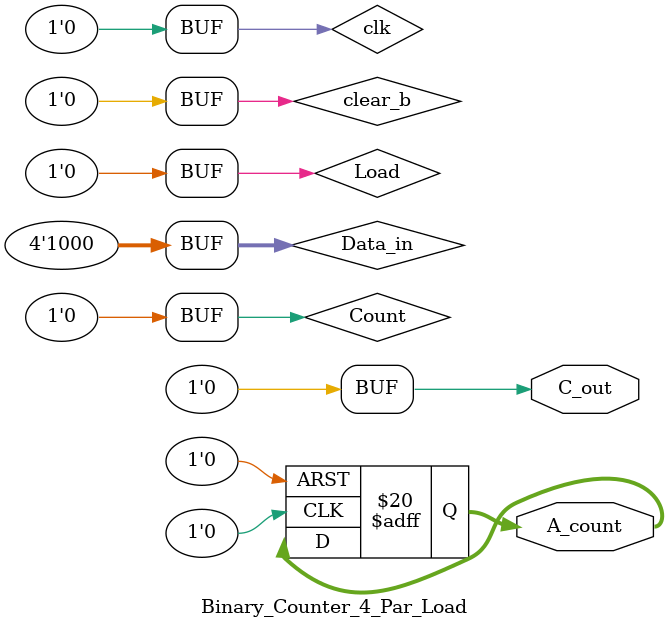
<source format=v>
`timescale 1ns / 1ps


module Binary_Counter_4_Par_Load(
    output reg [3:0] A_count,
    output C_out
    //input [3:0] Data_in,
    //input Count,
    //input Load,
    //input clk,
    //input clear_b
    );
    reg clk = 0;
    reg Load = 0;
    reg Count = 0;
    reg [3:0] Data_in = 4'd8;
    reg clear_b = 0;
    assign C_out = Count &&(~Load)&&(A_count == 4'b1111);
    initial
    begin
       #10 clk = 1;
       #10 clk = 0;
       #10 clk = 1; Load = 1;
       #10 clk = 0; clear_b = 1;
       #10 clk = 1; clear_b = 0;
       #10 clk = 0; Load = 0;
       #10 clk = 1; Count = 1;clear_b = 1;
       #10 clk = 0;
       #10 clk = 1; Count = 0;clear_b = 0;
       #10 clk = 0;
       #10 clk = 1;
       #10 clk = 0;
       #10 clk = 1;
       #10 clk = 0; clear_b = 0;
       #10 clk = 1;
       #10 clk = 0;
       #10 clk = 1;
       #10 clk = 0;
       #10 clk = 1;
       #10 clk = 0; clear_b = 1; Load = 1;
       #10 clk = 1;
       #10 clk = 0;
       #10 clk = 1; 
       #10 clk = 0; clear_b = 0; Load = 0;
       #10 clk = 1;
       #10 clk = 0;
       #10 clk = 1;
       #10 clk = 0;
       #10 clk = 1;
       #10 clk = 0;
       #10 clk = 1;
       #10 clk = 0;
       #10 clk = 1;
       #10 clk = 0;
       #10 clk = 1;
       #10 clk = 0;
       #10 clk = 1;  
       #10 clk = 0;
       #10 clk = 1;
       #10 clk = 0;
       #10 clk = 1;
       #10 clk = 0;
       #10 clk = 1;
       #10 clk = 0;
       #10 clk = 1;
       #10 clk = 0;
       #10 clk = 1;
       #10 clk = 0;
       #10 clk = 1;
       #10 clk = 0;
       #10 clk = 1;
       #10 clk = 0;
       #10 clk = 1;
       #10 clk = 0;
       #10 clk = 1;
       #10 clk = 0;
       #10 clk = 1;
       #10 clk = 0;
       #10 clk = 1;
       #10 clk = 0;
       #10 clk = 1;
       #10 clk = 0;
       #10 clk = 1;
       #10 clk = 0;
       #10 clk = 1;
       #10 clk = 0;
       #10 clk = 1;
       #10 clk = 0;
       #10 clk = 1;
       #10 clk = 0;
       #10 clk = 1;
       #10 clk = 0;
    end
    always @(posedge clk, negedge clear_b)
    begin
        if(~clear_b)    A_count <= 4'b0000;
        else if(Load)   A_count <= Data_in;
        else if(Count)  A_count <= A_count + 1'b1;
        else            A_count <= A_count;
    end
endmodule

</source>
